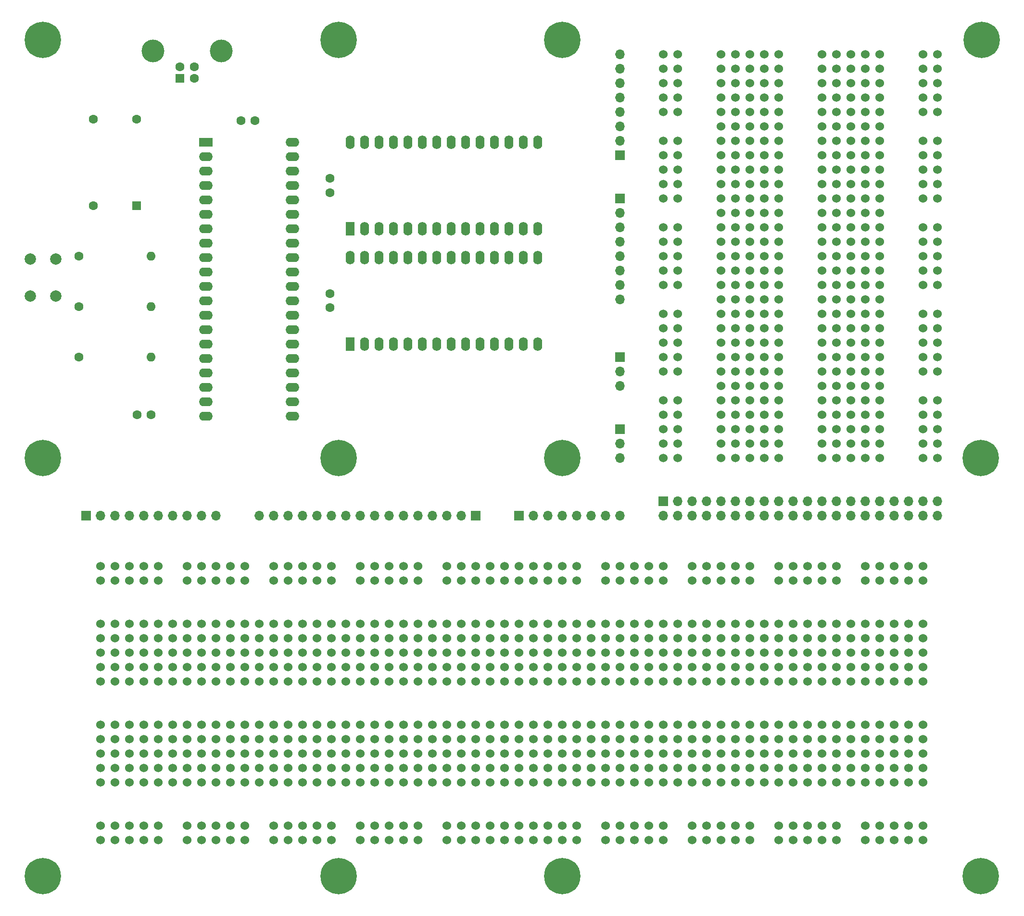
<source format=gts>
%TF.GenerationSoftware,KiCad,Pcbnew,6.0.9-8da3e8f707~116~ubuntu20.04.1*%
%TF.CreationDate,2022-11-18T21:38:56+01:00*%
%TF.ProjectId,WD6502,57443635-3032-42e6-9b69-6361645f7063,rev?*%
%TF.SameCoordinates,Original*%
%TF.FileFunction,Soldermask,Top*%
%TF.FilePolarity,Negative*%
%FSLAX46Y46*%
G04 Gerber Fmt 4.6, Leading zero omitted, Abs format (unit mm)*
G04 Created by KiCad (PCBNEW 6.0.9-8da3e8f707~116~ubuntu20.04.1) date 2022-11-18 21:38:56*
%MOMM*%
%LPD*%
G01*
G04 APERTURE LIST*
%ADD10R,2.400000X1.600000*%
%ADD11O,2.400000X1.600000*%
%ADD12C,1.600000*%
%ADD13O,1.600000X1.600000*%
%ADD14C,0.800000*%
%ADD15C,6.400000*%
%ADD16R,1.600000X2.400000*%
%ADD17O,1.600000X2.400000*%
%ADD18R,1.700000X1.700000*%
%ADD19O,1.700000X1.700000*%
%ADD20R,1.600000X1.600000*%
%ADD21C,4.000000*%
%ADD22C,1.524000*%
%ADD23C,2.000000*%
G04 APERTURE END LIST*
D10*
%TO.C,U1*%
X84592000Y-48504000D03*
D11*
X84592000Y-51044000D03*
X84592000Y-53584000D03*
X84592000Y-56124000D03*
X84592000Y-58664000D03*
X84592000Y-61204000D03*
X84592000Y-63744000D03*
X84592000Y-66284000D03*
X84592000Y-68824000D03*
X84592000Y-71364000D03*
X84592000Y-73904000D03*
X84592000Y-76444000D03*
X84592000Y-78984000D03*
X84592000Y-81524000D03*
X84592000Y-84064000D03*
X84592000Y-86604000D03*
X84592000Y-89144000D03*
X84592000Y-91684000D03*
X84592000Y-94224000D03*
X84592000Y-96764000D03*
X99832000Y-96764000D03*
X99832000Y-94224000D03*
X99832000Y-91684000D03*
X99832000Y-89144000D03*
X99832000Y-86604000D03*
X99832000Y-84064000D03*
X99832000Y-81524000D03*
X99832000Y-78984000D03*
X99832000Y-76444000D03*
X99832000Y-73904000D03*
X99832000Y-71364000D03*
X99832000Y-68824000D03*
X99832000Y-66284000D03*
X99832000Y-63744000D03*
X99832000Y-61204000D03*
X99832000Y-58664000D03*
X99832000Y-56124000D03*
X99832000Y-53584000D03*
X99832000Y-51044000D03*
X99832000Y-48504000D03*
%TD*%
D12*
%TO.C,R1*%
X62230000Y-86360000D03*
D13*
X74930000Y-86360000D03*
%TD*%
D14*
%TO.C,H2*%
X221120000Y-28080000D03*
X218720000Y-30480000D03*
X221120000Y-32880000D03*
X219422944Y-32177056D03*
D15*
X221120000Y-30480000D03*
D14*
X222817056Y-32177056D03*
X223520000Y-30480000D03*
X219422944Y-28782944D03*
X222817056Y-28782944D03*
%TD*%
D12*
%TO.C,R2*%
X62230000Y-77470000D03*
D13*
X74930000Y-77470000D03*
%TD*%
D16*
%TO.C,U3*%
X109982000Y-63744000D03*
D17*
X112522000Y-63744000D03*
X115062000Y-63744000D03*
X117602000Y-63744000D03*
X120142000Y-63744000D03*
X122682000Y-63744000D03*
X125222000Y-63744000D03*
X127762000Y-63744000D03*
X130302000Y-63744000D03*
X132842000Y-63744000D03*
X135382000Y-63744000D03*
X137922000Y-63744000D03*
X140462000Y-63744000D03*
X143002000Y-63744000D03*
X143002000Y-48504000D03*
X140462000Y-48504000D03*
X137922000Y-48504000D03*
X135382000Y-48504000D03*
X132842000Y-48504000D03*
X130302000Y-48504000D03*
X127762000Y-48504000D03*
X125222000Y-48504000D03*
X122682000Y-48504000D03*
X120142000Y-48504000D03*
X117602000Y-48504000D03*
X115062000Y-48504000D03*
X112522000Y-48504000D03*
X109982000Y-48504000D03*
%TD*%
D14*
%TO.C,H12*%
X149017056Y-176102944D03*
X147320000Y-175400000D03*
X144920000Y-177800000D03*
X145622944Y-176102944D03*
X147320000Y-180200000D03*
X149720000Y-177800000D03*
D15*
X147320000Y-177800000D03*
D14*
X149017056Y-179497056D03*
X145622944Y-179497056D03*
%TD*%
D12*
%TO.C,C4*%
X74930000Y-96520000D03*
X72430000Y-96520000D03*
%TD*%
D16*
%TO.C,U2*%
X109982000Y-84064000D03*
D17*
X112522000Y-84064000D03*
X115062000Y-84064000D03*
X117602000Y-84064000D03*
X120142000Y-84064000D03*
X122682000Y-84064000D03*
X125222000Y-84064000D03*
X127762000Y-84064000D03*
X130302000Y-84064000D03*
X132842000Y-84064000D03*
X135382000Y-84064000D03*
X137922000Y-84064000D03*
X140462000Y-84064000D03*
X143002000Y-84064000D03*
X143002000Y-68824000D03*
X140462000Y-68824000D03*
X137922000Y-68824000D03*
X135382000Y-68824000D03*
X132842000Y-68824000D03*
X130302000Y-68824000D03*
X127762000Y-68824000D03*
X125222000Y-68824000D03*
X122682000Y-68824000D03*
X120142000Y-68824000D03*
X117602000Y-68824000D03*
X115062000Y-68824000D03*
X112522000Y-68824000D03*
X109982000Y-68824000D03*
%TD*%
D18*
%TO.C,J7*%
X157480000Y-50800000D03*
D19*
X157480000Y-48260000D03*
X157480000Y-45720000D03*
X157480000Y-43180000D03*
X157480000Y-40640000D03*
X157480000Y-38100000D03*
X157480000Y-35560000D03*
X157480000Y-33020000D03*
%TD*%
D15*
%TO.C,H8*%
X147320000Y-104140000D03*
D14*
X145622944Y-105837056D03*
X147320000Y-101740000D03*
X149017056Y-102442944D03*
X145622944Y-102442944D03*
X149720000Y-104140000D03*
X149017056Y-105837056D03*
X144920000Y-104140000D03*
X147320000Y-106540000D03*
%TD*%
D20*
%TO.C,J6*%
X80030000Y-37267500D03*
D12*
X82530000Y-37267500D03*
X82530000Y-35267500D03*
X80030000Y-35267500D03*
D21*
X87280000Y-32407500D03*
X75280000Y-32407500D03*
%TD*%
D12*
%TO.C,C1*%
X90733000Y-44689000D03*
X93233000Y-44689000D03*
%TD*%
D22*
%TO.C,U5*%
X180340000Y-171450000D03*
X200660000Y-171450000D03*
X147320000Y-171450000D03*
X177800000Y-171450000D03*
X210820000Y-171450000D03*
X165100000Y-171450000D03*
X142240000Y-171450000D03*
X185420000Y-171450000D03*
X139700000Y-171450000D03*
X157480000Y-171450000D03*
X162560000Y-171450000D03*
X154940000Y-171450000D03*
X170180000Y-171450000D03*
X144780000Y-171450000D03*
X195580000Y-171450000D03*
X208280000Y-171450000D03*
X193040000Y-171450000D03*
X172720000Y-171450000D03*
X205740000Y-171450000D03*
X175260000Y-171450000D03*
X203200000Y-171450000D03*
X160020000Y-171450000D03*
X190500000Y-171450000D03*
X149860000Y-171450000D03*
X187960000Y-171450000D03*
X175260000Y-125730000D03*
X210820000Y-125730000D03*
X142240000Y-125730000D03*
X172720000Y-125730000D03*
X203200000Y-125730000D03*
X195580000Y-125730000D03*
X205740000Y-125730000D03*
X200660000Y-125730000D03*
X193040000Y-125730000D03*
X154940000Y-125730000D03*
X187960000Y-125730000D03*
X190500000Y-125730000D03*
X185420000Y-125730000D03*
X165100000Y-125730000D03*
X157480000Y-125730000D03*
X147320000Y-125730000D03*
X139700000Y-125730000D03*
X149860000Y-125730000D03*
X170180000Y-125730000D03*
X144780000Y-125730000D03*
X208280000Y-125730000D03*
X180340000Y-125730000D03*
X177800000Y-125730000D03*
X160020000Y-125730000D03*
X162560000Y-125730000D03*
X139700000Y-168910000D03*
X160020000Y-168910000D03*
X154940000Y-168910000D03*
X193040000Y-168910000D03*
X203200000Y-168910000D03*
X195580000Y-168910000D03*
X170180000Y-168910000D03*
X187960000Y-168910000D03*
X172720000Y-168910000D03*
X142240000Y-168910000D03*
X144780000Y-168910000D03*
X185420000Y-168910000D03*
X205740000Y-168910000D03*
X147320000Y-168910000D03*
X175260000Y-168910000D03*
X190500000Y-168910000D03*
X157480000Y-168910000D03*
X208280000Y-168910000D03*
X210820000Y-168910000D03*
X200660000Y-168910000D03*
X149860000Y-168910000D03*
X177800000Y-168910000D03*
X165100000Y-168910000D03*
X180340000Y-168910000D03*
X162560000Y-168910000D03*
X195580000Y-123190000D03*
X170180000Y-123190000D03*
X208280000Y-123190000D03*
X157480000Y-123190000D03*
X175260000Y-123190000D03*
X160020000Y-123190000D03*
X162560000Y-123190000D03*
X139700000Y-123190000D03*
X177800000Y-123190000D03*
X187960000Y-123190000D03*
X203200000Y-123190000D03*
X185420000Y-123190000D03*
X210820000Y-123190000D03*
X165100000Y-123190000D03*
X172720000Y-123190000D03*
X149860000Y-123190000D03*
X193040000Y-123190000D03*
X190500000Y-123190000D03*
X154940000Y-123190000D03*
X205740000Y-123190000D03*
X147320000Y-123190000D03*
X144780000Y-123190000D03*
X180340000Y-123190000D03*
X200660000Y-123190000D03*
X142240000Y-123190000D03*
X157480000Y-161290000D03*
X208280000Y-161290000D03*
X198120000Y-161290000D03*
X185420000Y-161290000D03*
X160020000Y-161290000D03*
X165100000Y-161290000D03*
X154940000Y-161290000D03*
X177800000Y-161290000D03*
X203200000Y-161290000D03*
X167640000Y-161290000D03*
X144780000Y-161290000D03*
X190500000Y-161290000D03*
X152400000Y-161290000D03*
X170180000Y-161290000D03*
X195580000Y-161290000D03*
X205740000Y-161290000D03*
X162560000Y-161290000D03*
X147320000Y-161290000D03*
X200660000Y-161290000D03*
X210820000Y-161290000D03*
X180340000Y-161290000D03*
X142240000Y-161290000D03*
X175260000Y-161290000D03*
X149860000Y-161290000D03*
X193040000Y-161290000D03*
X182880000Y-161290000D03*
X187960000Y-161290000D03*
X172720000Y-161290000D03*
X139700000Y-161290000D03*
X152400000Y-158750000D03*
X144780000Y-158750000D03*
X190500000Y-158750000D03*
X203200000Y-158750000D03*
X147320000Y-158750000D03*
X177800000Y-158750000D03*
X180340000Y-158750000D03*
X205740000Y-158750000D03*
X210820000Y-158750000D03*
X200660000Y-158750000D03*
X187960000Y-158750000D03*
X154940000Y-158750000D03*
X162560000Y-158750000D03*
X139700000Y-158750000D03*
X170180000Y-158750000D03*
X175260000Y-158750000D03*
X157480000Y-158750000D03*
X172720000Y-158750000D03*
X142240000Y-158750000D03*
X149860000Y-158750000D03*
X198120000Y-158750000D03*
X208280000Y-158750000D03*
X167640000Y-158750000D03*
X160020000Y-158750000D03*
X193040000Y-158750000D03*
X185420000Y-158750000D03*
X195580000Y-158750000D03*
X182880000Y-158750000D03*
X165100000Y-158750000D03*
X172720000Y-156210000D03*
X162560000Y-156210000D03*
X139700000Y-156210000D03*
X193040000Y-156210000D03*
X180340000Y-156210000D03*
X142240000Y-156210000D03*
X167640000Y-156210000D03*
X147320000Y-156210000D03*
X185420000Y-156210000D03*
X154940000Y-156210000D03*
X208280000Y-156210000D03*
X203200000Y-156210000D03*
X165100000Y-156210000D03*
X205740000Y-156210000D03*
X175260000Y-156210000D03*
X210820000Y-156210000D03*
X170180000Y-156210000D03*
X190500000Y-156210000D03*
X157480000Y-156210000D03*
X200660000Y-156210000D03*
X160020000Y-156210000D03*
X144780000Y-156210000D03*
X177800000Y-156210000D03*
X198120000Y-156210000D03*
X152400000Y-156210000D03*
X149860000Y-156210000D03*
X187960000Y-156210000D03*
X195580000Y-156210000D03*
X182880000Y-156210000D03*
X180340000Y-153670000D03*
X152400000Y-153670000D03*
X195580000Y-153670000D03*
X147320000Y-153670000D03*
X175260000Y-153670000D03*
X165100000Y-153670000D03*
X157480000Y-153670000D03*
X139700000Y-153670000D03*
X149860000Y-153670000D03*
X205740000Y-153670000D03*
X208280000Y-153670000D03*
X162560000Y-153670000D03*
X160020000Y-153670000D03*
X200660000Y-153670000D03*
X172720000Y-153670000D03*
X185420000Y-153670000D03*
X203200000Y-153670000D03*
X193040000Y-153670000D03*
X144780000Y-153670000D03*
X187960000Y-153670000D03*
X154940000Y-153670000D03*
X190500000Y-153670000D03*
X167640000Y-153670000D03*
X177800000Y-153670000D03*
X210820000Y-153670000D03*
X182880000Y-153670000D03*
X198120000Y-153670000D03*
X170180000Y-153670000D03*
X142240000Y-153670000D03*
X187960000Y-151130000D03*
X177800000Y-151130000D03*
X182880000Y-151130000D03*
X144780000Y-151130000D03*
X190500000Y-151130000D03*
X154940000Y-151130000D03*
X198120000Y-151130000D03*
X157480000Y-151130000D03*
X210820000Y-151130000D03*
X205740000Y-151130000D03*
X200660000Y-151130000D03*
X139700000Y-151130000D03*
X172720000Y-151130000D03*
X147320000Y-151130000D03*
X193040000Y-151130000D03*
X165100000Y-151130000D03*
X203200000Y-151130000D03*
X180340000Y-151130000D03*
X208280000Y-151130000D03*
X149860000Y-151130000D03*
X142240000Y-151130000D03*
X162560000Y-151130000D03*
X175260000Y-151130000D03*
X170180000Y-151130000D03*
X160020000Y-151130000D03*
X152400000Y-151130000D03*
X195580000Y-151130000D03*
X167640000Y-151130000D03*
X185420000Y-151130000D03*
X152400000Y-143510000D03*
X180340000Y-143510000D03*
X172720000Y-143510000D03*
X193040000Y-143510000D03*
X182880000Y-143510000D03*
X139700000Y-143510000D03*
X144780000Y-143510000D03*
X165100000Y-143510000D03*
X200660000Y-143510000D03*
X187960000Y-143510000D03*
X157480000Y-143510000D03*
X142240000Y-143510000D03*
X208280000Y-143510000D03*
X160020000Y-143510000D03*
X185420000Y-143510000D03*
X198120000Y-143510000D03*
X205740000Y-143510000D03*
X175260000Y-143510000D03*
X154940000Y-143510000D03*
X177800000Y-143510000D03*
X210820000Y-143510000D03*
X167640000Y-143510000D03*
X149860000Y-143510000D03*
X203200000Y-143510000D03*
X147320000Y-143510000D03*
X170180000Y-143510000D03*
X190500000Y-143510000D03*
X162560000Y-143510000D03*
X195580000Y-143510000D03*
X142240000Y-140970000D03*
X172720000Y-140970000D03*
X200660000Y-140970000D03*
X162560000Y-140970000D03*
X154940000Y-140970000D03*
X147320000Y-140970000D03*
X203200000Y-140970000D03*
X139700000Y-140970000D03*
X165100000Y-140970000D03*
X149860000Y-140970000D03*
X210820000Y-140970000D03*
X185420000Y-140970000D03*
X167640000Y-140970000D03*
X175260000Y-140970000D03*
X144780000Y-140970000D03*
X208280000Y-140970000D03*
X195580000Y-140970000D03*
X177800000Y-140970000D03*
X170180000Y-140970000D03*
X193040000Y-140970000D03*
X160020000Y-140970000D03*
X152400000Y-140970000D03*
X187960000Y-140970000D03*
X190500000Y-140970000D03*
X157480000Y-140970000D03*
X180340000Y-140970000D03*
X205740000Y-140970000D03*
X182880000Y-140970000D03*
X198120000Y-140970000D03*
X147320000Y-138430000D03*
X139700000Y-138430000D03*
X193040000Y-138430000D03*
X185420000Y-138430000D03*
X154940000Y-138430000D03*
X170180000Y-138430000D03*
X144780000Y-138430000D03*
X172720000Y-138430000D03*
X157480000Y-138430000D03*
X149860000Y-138430000D03*
X177800000Y-138430000D03*
X208280000Y-138430000D03*
X200660000Y-138430000D03*
X180340000Y-138430000D03*
X203200000Y-138430000D03*
X167640000Y-138430000D03*
X187960000Y-138430000D03*
X195580000Y-138430000D03*
X162560000Y-138430000D03*
X152400000Y-138430000D03*
X210820000Y-138430000D03*
X198120000Y-138430000D03*
X205740000Y-138430000D03*
X175260000Y-138430000D03*
X142240000Y-138430000D03*
X182880000Y-138430000D03*
X160020000Y-138430000D03*
X190500000Y-138430000D03*
X165100000Y-138430000D03*
X172720000Y-135890000D03*
X157480000Y-135890000D03*
X210820000Y-135890000D03*
X175260000Y-135890000D03*
X187960000Y-135890000D03*
X154940000Y-135890000D03*
X165100000Y-135890000D03*
X185420000Y-135890000D03*
X205740000Y-135890000D03*
X200660000Y-135890000D03*
X170180000Y-135890000D03*
X182880000Y-135890000D03*
X162560000Y-135890000D03*
X190500000Y-135890000D03*
X149860000Y-135890000D03*
X198120000Y-135890000D03*
X177800000Y-135890000D03*
X139700000Y-135890000D03*
X195580000Y-135890000D03*
X147320000Y-135890000D03*
X144780000Y-135890000D03*
X208280000Y-135890000D03*
X203200000Y-135890000D03*
X142240000Y-135890000D03*
X152400000Y-135890000D03*
X193040000Y-135890000D03*
X160020000Y-135890000D03*
X180340000Y-135890000D03*
X167640000Y-135890000D03*
X152400000Y-133350000D03*
X142240000Y-133350000D03*
X200660000Y-133350000D03*
X165100000Y-133350000D03*
X160020000Y-133350000D03*
X208280000Y-133350000D03*
X157480000Y-133350000D03*
X154940000Y-133350000D03*
X170180000Y-133350000D03*
X147320000Y-133350000D03*
X187960000Y-133350000D03*
X149860000Y-133350000D03*
X198120000Y-133350000D03*
X205740000Y-133350000D03*
X167640000Y-133350000D03*
X195580000Y-133350000D03*
X175260000Y-133350000D03*
X193040000Y-133350000D03*
X182880000Y-133350000D03*
X210820000Y-133350000D03*
X172720000Y-133350000D03*
X139700000Y-133350000D03*
X203200000Y-133350000D03*
X190500000Y-133350000D03*
X162560000Y-133350000D03*
X144780000Y-133350000D03*
X180340000Y-133350000D03*
X185420000Y-133350000D03*
X177800000Y-133350000D03*
%TD*%
D18*
%TO.C,J8*%
X157480000Y-58420000D03*
D19*
X157480000Y-60960000D03*
X157480000Y-63500000D03*
X157480000Y-66040000D03*
X157480000Y-68580000D03*
X157480000Y-71120000D03*
X157480000Y-73660000D03*
X157480000Y-76200000D03*
%TD*%
D14*
%TO.C,H6*%
X220980000Y-180200000D03*
D15*
X220980000Y-177800000D03*
D14*
X218580000Y-177800000D03*
X219282944Y-176102944D03*
X220980000Y-175400000D03*
X219282944Y-179497056D03*
X222677056Y-179497056D03*
X223380000Y-177800000D03*
X222677056Y-176102944D03*
%TD*%
%TO.C,H7*%
X110350000Y-104140000D03*
X106252944Y-105837056D03*
X107950000Y-106540000D03*
D15*
X107950000Y-104140000D03*
D14*
X109647056Y-102442944D03*
X105550000Y-104140000D03*
X109647056Y-105837056D03*
X106252944Y-102442944D03*
X107950000Y-101740000D03*
%TD*%
D18*
%TO.C,J4*%
X157480000Y-86360000D03*
D19*
X157480000Y-88900000D03*
X157480000Y-91440000D03*
%TD*%
D18*
%TO.C,J5*%
X157480000Y-99060000D03*
D19*
X157480000Y-101600000D03*
X157480000Y-104140000D03*
%TD*%
D18*
%TO.C,J2*%
X139700000Y-114300000D03*
D19*
X142240000Y-114300000D03*
X144780000Y-114300000D03*
X147320000Y-114300000D03*
X149860000Y-114300000D03*
X152400000Y-114300000D03*
X154940000Y-114300000D03*
X157480000Y-114300000D03*
%TD*%
D12*
%TO.C,C3*%
X106441000Y-57389000D03*
X106441000Y-54889000D03*
%TD*%
D22*
%TO.C,U4*%
X165100000Y-35560000D03*
X165100000Y-48260000D03*
X165100000Y-40640000D03*
X165100000Y-83820000D03*
X165100000Y-86360000D03*
X165100000Y-53340000D03*
X165100000Y-93980000D03*
X165100000Y-104140000D03*
X165100000Y-58420000D03*
X165100000Y-68580000D03*
X165100000Y-43180000D03*
X165100000Y-55880000D03*
X165100000Y-78740000D03*
X165100000Y-63500000D03*
X165100000Y-33020000D03*
X165100000Y-88900000D03*
X165100000Y-96520000D03*
X165100000Y-101600000D03*
X165100000Y-71120000D03*
X165100000Y-38100000D03*
X165100000Y-66040000D03*
X165100000Y-73660000D03*
X165100000Y-99060000D03*
X165100000Y-50800000D03*
X165100000Y-81280000D03*
X210820000Y-33020000D03*
X210820000Y-88900000D03*
X210820000Y-50800000D03*
X210820000Y-83820000D03*
X210820000Y-81280000D03*
X210820000Y-73660000D03*
X210820000Y-58420000D03*
X210820000Y-63500000D03*
X210820000Y-48260000D03*
X210820000Y-96520000D03*
X210820000Y-40640000D03*
X210820000Y-53340000D03*
X210820000Y-66040000D03*
X210820000Y-43180000D03*
X210820000Y-104140000D03*
X210820000Y-99060000D03*
X210820000Y-38100000D03*
X210820000Y-35560000D03*
X210820000Y-86360000D03*
X210820000Y-101600000D03*
X210820000Y-78740000D03*
X210820000Y-55880000D03*
X210820000Y-68580000D03*
X210820000Y-71120000D03*
X210820000Y-93980000D03*
X167640000Y-66040000D03*
X167640000Y-48260000D03*
X167640000Y-43180000D03*
X167640000Y-40640000D03*
X167640000Y-50800000D03*
X167640000Y-86360000D03*
X167640000Y-63500000D03*
X167640000Y-38100000D03*
X167640000Y-101600000D03*
X167640000Y-96520000D03*
X167640000Y-58420000D03*
X167640000Y-88900000D03*
X167640000Y-68580000D03*
X167640000Y-99060000D03*
X167640000Y-55880000D03*
X167640000Y-93980000D03*
X167640000Y-78740000D03*
X167640000Y-53340000D03*
X167640000Y-73660000D03*
X167640000Y-104140000D03*
X167640000Y-71120000D03*
X167640000Y-81280000D03*
X167640000Y-33020000D03*
X167640000Y-83820000D03*
X167640000Y-35560000D03*
X213360000Y-96520000D03*
X213360000Y-104140000D03*
X213360000Y-81280000D03*
X213360000Y-58420000D03*
X213360000Y-40640000D03*
X213360000Y-83820000D03*
X213360000Y-33020000D03*
X213360000Y-68580000D03*
X213360000Y-73660000D03*
X213360000Y-88900000D03*
X213360000Y-71120000D03*
X213360000Y-48260000D03*
X213360000Y-50800000D03*
X213360000Y-66040000D03*
X213360000Y-86360000D03*
X213360000Y-78740000D03*
X213360000Y-93980000D03*
X213360000Y-63500000D03*
X213360000Y-38100000D03*
X213360000Y-55880000D03*
X213360000Y-35560000D03*
X213360000Y-99060000D03*
X213360000Y-101600000D03*
X213360000Y-43180000D03*
X213360000Y-53340000D03*
X175260000Y-35560000D03*
X175260000Y-33020000D03*
X175260000Y-83820000D03*
X175260000Y-86360000D03*
X175260000Y-93980000D03*
X175260000Y-50800000D03*
X175260000Y-60960000D03*
X175260000Y-99060000D03*
X175260000Y-104140000D03*
X175260000Y-71120000D03*
X175260000Y-48260000D03*
X175260000Y-101600000D03*
X175260000Y-81280000D03*
X175260000Y-55880000D03*
X175260000Y-68580000D03*
X175260000Y-78740000D03*
X175260000Y-91440000D03*
X175260000Y-53340000D03*
X175260000Y-38100000D03*
X175260000Y-66040000D03*
X175260000Y-63500000D03*
X175260000Y-43180000D03*
X175260000Y-76200000D03*
X175260000Y-96520000D03*
X175260000Y-40640000D03*
X175260000Y-88900000D03*
X175260000Y-58420000D03*
X175260000Y-45720000D03*
X175260000Y-73660000D03*
X177800000Y-40640000D03*
X177800000Y-104140000D03*
X177800000Y-68580000D03*
X177800000Y-71120000D03*
X177800000Y-86360000D03*
X177800000Y-83820000D03*
X177800000Y-48260000D03*
X177800000Y-55880000D03*
X177800000Y-45720000D03*
X177800000Y-43180000D03*
X177800000Y-33020000D03*
X177800000Y-63500000D03*
X177800000Y-78740000D03*
X177800000Y-58420000D03*
X177800000Y-50800000D03*
X177800000Y-99060000D03*
X177800000Y-53340000D03*
X177800000Y-101600000D03*
X177800000Y-76200000D03*
X177800000Y-60960000D03*
X177800000Y-81280000D03*
X177800000Y-93980000D03*
X177800000Y-88900000D03*
X177800000Y-96520000D03*
X177800000Y-38100000D03*
X177800000Y-35560000D03*
X177800000Y-73660000D03*
X177800000Y-91440000D03*
X177800000Y-66040000D03*
X180340000Y-58420000D03*
X180340000Y-101600000D03*
X180340000Y-48260000D03*
X180340000Y-35560000D03*
X180340000Y-68580000D03*
X180340000Y-53340000D03*
X180340000Y-63500000D03*
X180340000Y-104140000D03*
X180340000Y-99060000D03*
X180340000Y-50800000D03*
X180340000Y-76200000D03*
X180340000Y-88900000D03*
X180340000Y-60960000D03*
X180340000Y-71120000D03*
X180340000Y-83820000D03*
X180340000Y-55880000D03*
X180340000Y-45720000D03*
X180340000Y-96520000D03*
X180340000Y-81280000D03*
X180340000Y-66040000D03*
X180340000Y-38100000D03*
X180340000Y-86360000D03*
X180340000Y-91440000D03*
X180340000Y-33020000D03*
X180340000Y-78740000D03*
X180340000Y-43180000D03*
X180340000Y-93980000D03*
X180340000Y-40640000D03*
X180340000Y-73660000D03*
X182880000Y-38100000D03*
X182880000Y-40640000D03*
X182880000Y-45720000D03*
X182880000Y-88900000D03*
X182880000Y-73660000D03*
X182880000Y-63500000D03*
X182880000Y-93980000D03*
X182880000Y-33020000D03*
X182880000Y-96520000D03*
X182880000Y-66040000D03*
X182880000Y-71120000D03*
X182880000Y-68580000D03*
X182880000Y-53340000D03*
X182880000Y-60960000D03*
X182880000Y-76200000D03*
X182880000Y-48260000D03*
X182880000Y-55880000D03*
X182880000Y-81280000D03*
X182880000Y-104140000D03*
X182880000Y-91440000D03*
X182880000Y-86360000D03*
X182880000Y-43180000D03*
X182880000Y-83820000D03*
X182880000Y-99060000D03*
X182880000Y-78740000D03*
X182880000Y-58420000D03*
X182880000Y-50800000D03*
X182880000Y-35560000D03*
X182880000Y-101600000D03*
X185420000Y-48260000D03*
X185420000Y-73660000D03*
X185420000Y-50800000D03*
X185420000Y-68580000D03*
X185420000Y-55880000D03*
X185420000Y-93980000D03*
X185420000Y-45720000D03*
X185420000Y-99060000D03*
X185420000Y-58420000D03*
X185420000Y-53340000D03*
X185420000Y-83820000D03*
X185420000Y-104140000D03*
X185420000Y-96520000D03*
X185420000Y-33020000D03*
X185420000Y-40640000D03*
X185420000Y-86360000D03*
X185420000Y-63500000D03*
X185420000Y-78740000D03*
X185420000Y-71120000D03*
X185420000Y-81280000D03*
X185420000Y-101600000D03*
X185420000Y-43180000D03*
X185420000Y-76200000D03*
X185420000Y-60960000D03*
X185420000Y-38100000D03*
X185420000Y-88900000D03*
X185420000Y-66040000D03*
X185420000Y-35560000D03*
X185420000Y-91440000D03*
X193040000Y-38100000D03*
X193040000Y-104140000D03*
X193040000Y-83820000D03*
X193040000Y-40640000D03*
X193040000Y-53340000D03*
X193040000Y-71120000D03*
X193040000Y-76200000D03*
X193040000Y-78740000D03*
X193040000Y-33020000D03*
X193040000Y-99060000D03*
X193040000Y-73660000D03*
X193040000Y-81280000D03*
X193040000Y-63500000D03*
X193040000Y-68580000D03*
X193040000Y-58420000D03*
X193040000Y-88900000D03*
X193040000Y-48260000D03*
X193040000Y-86360000D03*
X193040000Y-66040000D03*
X193040000Y-50800000D03*
X193040000Y-35560000D03*
X193040000Y-60960000D03*
X193040000Y-45720000D03*
X193040000Y-96520000D03*
X193040000Y-55880000D03*
X193040000Y-101600000D03*
X193040000Y-91440000D03*
X193040000Y-93980000D03*
X193040000Y-43180000D03*
X195580000Y-33020000D03*
X195580000Y-78740000D03*
X195580000Y-60960000D03*
X195580000Y-99060000D03*
X195580000Y-81280000D03*
X195580000Y-91440000D03*
X195580000Y-35560000D03*
X195580000Y-86360000D03*
X195580000Y-66040000D03*
X195580000Y-53340000D03*
X195580000Y-101600000D03*
X195580000Y-40640000D03*
X195580000Y-73660000D03*
X195580000Y-45720000D03*
X195580000Y-55880000D03*
X195580000Y-83820000D03*
X195580000Y-63500000D03*
X195580000Y-104140000D03*
X195580000Y-68580000D03*
X195580000Y-71120000D03*
X195580000Y-50800000D03*
X195580000Y-48260000D03*
X195580000Y-76200000D03*
X195580000Y-38100000D03*
X195580000Y-58420000D03*
X195580000Y-43180000D03*
X195580000Y-93980000D03*
X195580000Y-96520000D03*
X195580000Y-88900000D03*
X198120000Y-99060000D03*
X198120000Y-55880000D03*
X198120000Y-53340000D03*
X198120000Y-40640000D03*
X198120000Y-43180000D03*
X198120000Y-68580000D03*
X198120000Y-76200000D03*
X198120000Y-63500000D03*
X198120000Y-71120000D03*
X198120000Y-104140000D03*
X198120000Y-86360000D03*
X198120000Y-50800000D03*
X198120000Y-101600000D03*
X198120000Y-33020000D03*
X198120000Y-88900000D03*
X198120000Y-91440000D03*
X198120000Y-45720000D03*
X198120000Y-66040000D03*
X198120000Y-96520000D03*
X198120000Y-38100000D03*
X198120000Y-73660000D03*
X198120000Y-83820000D03*
X198120000Y-60960000D03*
X198120000Y-78740000D03*
X198120000Y-58420000D03*
X198120000Y-81280000D03*
X198120000Y-93980000D03*
X198120000Y-48260000D03*
X198120000Y-35560000D03*
X200660000Y-66040000D03*
X200660000Y-68580000D03*
X200660000Y-53340000D03*
X200660000Y-60960000D03*
X200660000Y-33020000D03*
X200660000Y-63500000D03*
X200660000Y-93980000D03*
X200660000Y-91440000D03*
X200660000Y-104140000D03*
X200660000Y-45720000D03*
X200660000Y-58420000D03*
X200660000Y-55880000D03*
X200660000Y-83820000D03*
X200660000Y-99060000D03*
X200660000Y-50800000D03*
X200660000Y-38100000D03*
X200660000Y-81280000D03*
X200660000Y-96520000D03*
X200660000Y-73660000D03*
X200660000Y-86360000D03*
X200660000Y-78740000D03*
X200660000Y-88900000D03*
X200660000Y-71120000D03*
X200660000Y-43180000D03*
X200660000Y-101600000D03*
X200660000Y-35560000D03*
X200660000Y-48260000D03*
X200660000Y-40640000D03*
X200660000Y-76200000D03*
X203200000Y-60960000D03*
X203200000Y-40640000D03*
X203200000Y-68580000D03*
X203200000Y-81280000D03*
X203200000Y-78740000D03*
X203200000Y-96520000D03*
X203200000Y-101600000D03*
X203200000Y-58420000D03*
X203200000Y-53340000D03*
X203200000Y-33020000D03*
X203200000Y-99060000D03*
X203200000Y-35560000D03*
X203200000Y-88900000D03*
X203200000Y-48260000D03*
X203200000Y-86360000D03*
X203200000Y-76200000D03*
X203200000Y-66040000D03*
X203200000Y-63500000D03*
X203200000Y-83820000D03*
X203200000Y-45720000D03*
X203200000Y-50800000D03*
X203200000Y-91440000D03*
X203200000Y-55880000D03*
X203200000Y-73660000D03*
X203200000Y-71120000D03*
X203200000Y-93980000D03*
X203200000Y-104140000D03*
X203200000Y-43180000D03*
X203200000Y-38100000D03*
%TD*%
D20*
%TO.C,X1*%
X72390000Y-59690000D03*
D12*
X72390000Y-44450000D03*
X64770000Y-44450000D03*
X64770000Y-59690000D03*
%TD*%
D18*
%TO.C,J9*%
X165100000Y-111760000D03*
D19*
X165100000Y-114300000D03*
X167640000Y-111760000D03*
X167640000Y-114300000D03*
X170180000Y-111760000D03*
X170180000Y-114300000D03*
X172720000Y-111760000D03*
X172720000Y-114300000D03*
X175260000Y-111760000D03*
X175260000Y-114300000D03*
X177800000Y-111760000D03*
X177800000Y-114300000D03*
X180340000Y-111760000D03*
X180340000Y-114300000D03*
X182880000Y-111760000D03*
X182880000Y-114300000D03*
X185420000Y-111760000D03*
X185420000Y-114300000D03*
X187960000Y-111760000D03*
X187960000Y-114300000D03*
X190500000Y-111760000D03*
X190500000Y-114300000D03*
X193040000Y-111760000D03*
X193040000Y-114300000D03*
X195580000Y-111760000D03*
X195580000Y-114300000D03*
X198120000Y-111760000D03*
X198120000Y-114300000D03*
X200660000Y-111760000D03*
X200660000Y-114300000D03*
X203200000Y-111760000D03*
X203200000Y-114300000D03*
X205740000Y-111760000D03*
X205740000Y-114300000D03*
X208280000Y-111760000D03*
X208280000Y-114300000D03*
X210820000Y-111760000D03*
X210820000Y-114300000D03*
X213360000Y-111760000D03*
X213360000Y-114300000D03*
%TD*%
D14*
%TO.C,H10*%
X57577056Y-102442944D03*
X53480000Y-104140000D03*
D15*
X55880000Y-104140000D03*
D14*
X58280000Y-104140000D03*
X54182944Y-102442944D03*
X55880000Y-106540000D03*
X57577056Y-105837056D03*
X55880000Y-101740000D03*
X54182944Y-105837056D03*
%TD*%
D18*
%TO.C,J3*%
X63500000Y-114300000D03*
D19*
X66040000Y-114300000D03*
X68580000Y-114300000D03*
X71120000Y-114300000D03*
X73660000Y-114300000D03*
X76200000Y-114300000D03*
X78740000Y-114300000D03*
X81280000Y-114300000D03*
X83820000Y-114300000D03*
X86360000Y-114300000D03*
%TD*%
D22*
%TO.C,U6*%
X111760000Y-171450000D03*
X101600000Y-171450000D03*
X76200000Y-171450000D03*
X121920000Y-171450000D03*
X83820000Y-171450000D03*
X91440000Y-171450000D03*
X71120000Y-171450000D03*
X119380000Y-171450000D03*
X73660000Y-171450000D03*
X106680000Y-171450000D03*
X114300000Y-171450000D03*
X116840000Y-171450000D03*
X134620000Y-171450000D03*
X99060000Y-171450000D03*
X132080000Y-171450000D03*
X81280000Y-171450000D03*
X96520000Y-171450000D03*
X129540000Y-171450000D03*
X88900000Y-171450000D03*
X137160000Y-171450000D03*
X127000000Y-171450000D03*
X104140000Y-171450000D03*
X66040000Y-171450000D03*
X86360000Y-171450000D03*
X68580000Y-171450000D03*
X81280000Y-125730000D03*
X68580000Y-125730000D03*
X114300000Y-125730000D03*
X91440000Y-125730000D03*
X119380000Y-125730000D03*
X96520000Y-125730000D03*
X71120000Y-125730000D03*
X106680000Y-125730000D03*
X99060000Y-125730000D03*
X76200000Y-125730000D03*
X104140000Y-125730000D03*
X137160000Y-125730000D03*
X127000000Y-125730000D03*
X116840000Y-125730000D03*
X86360000Y-125730000D03*
X121920000Y-125730000D03*
X111760000Y-125730000D03*
X66040000Y-125730000D03*
X129540000Y-125730000D03*
X101600000Y-125730000D03*
X83820000Y-125730000D03*
X88900000Y-125730000D03*
X132080000Y-125730000D03*
X73660000Y-125730000D03*
X134620000Y-125730000D03*
X101600000Y-168910000D03*
X76200000Y-168910000D03*
X88900000Y-168910000D03*
X121920000Y-168910000D03*
X96520000Y-168910000D03*
X127000000Y-168910000D03*
X83820000Y-168910000D03*
X116840000Y-168910000D03*
X68580000Y-168910000D03*
X81280000Y-168910000D03*
X86360000Y-168910000D03*
X134620000Y-168910000D03*
X66040000Y-168910000D03*
X73660000Y-168910000D03*
X91440000Y-168910000D03*
X114300000Y-168910000D03*
X106680000Y-168910000D03*
X132080000Y-168910000D03*
X104140000Y-168910000D03*
X129540000Y-168910000D03*
X111760000Y-168910000D03*
X137160000Y-168910000D03*
X71120000Y-168910000D03*
X99060000Y-168910000D03*
X119380000Y-168910000D03*
X101600000Y-123190000D03*
X91440000Y-123190000D03*
X81280000Y-123190000D03*
X88900000Y-123190000D03*
X121920000Y-123190000D03*
X66040000Y-123190000D03*
X129540000Y-123190000D03*
X116840000Y-123190000D03*
X83820000Y-123190000D03*
X68580000Y-123190000D03*
X119380000Y-123190000D03*
X96520000Y-123190000D03*
X99060000Y-123190000D03*
X73660000Y-123190000D03*
X111760000Y-123190000D03*
X71120000Y-123190000D03*
X104140000Y-123190000D03*
X137160000Y-123190000D03*
X76200000Y-123190000D03*
X114300000Y-123190000D03*
X134620000Y-123190000D03*
X132080000Y-123190000D03*
X86360000Y-123190000D03*
X127000000Y-123190000D03*
X106680000Y-123190000D03*
X124460000Y-161290000D03*
X91440000Y-161290000D03*
X68580000Y-161290000D03*
X78740000Y-161290000D03*
X104140000Y-161290000D03*
X66040000Y-161290000D03*
X109220000Y-161290000D03*
X137160000Y-161290000D03*
X83820000Y-161290000D03*
X88900000Y-161290000D03*
X93980000Y-161290000D03*
X101600000Y-161290000D03*
X129540000Y-161290000D03*
X127000000Y-161290000D03*
X132080000Y-161290000D03*
X73660000Y-161290000D03*
X106680000Y-161290000D03*
X114300000Y-161290000D03*
X111760000Y-161290000D03*
X119380000Y-161290000D03*
X134620000Y-161290000D03*
X76200000Y-161290000D03*
X81280000Y-161290000D03*
X86360000Y-161290000D03*
X121920000Y-161290000D03*
X99060000Y-161290000D03*
X71120000Y-161290000D03*
X96520000Y-161290000D03*
X116840000Y-161290000D03*
X134620000Y-158750000D03*
X129540000Y-158750000D03*
X106680000Y-158750000D03*
X132080000Y-158750000D03*
X119380000Y-158750000D03*
X121920000Y-158750000D03*
X73660000Y-158750000D03*
X66040000Y-158750000D03*
X124460000Y-158750000D03*
X111760000Y-158750000D03*
X76200000Y-158750000D03*
X96520000Y-158750000D03*
X83820000Y-158750000D03*
X104140000Y-158750000D03*
X114300000Y-158750000D03*
X99060000Y-158750000D03*
X91440000Y-158750000D03*
X116840000Y-158750000D03*
X71120000Y-158750000D03*
X78740000Y-158750000D03*
X93980000Y-158750000D03*
X86360000Y-158750000D03*
X81280000Y-158750000D03*
X137160000Y-158750000D03*
X127000000Y-158750000D03*
X88900000Y-158750000D03*
X68580000Y-158750000D03*
X109220000Y-158750000D03*
X101600000Y-158750000D03*
X114300000Y-156210000D03*
X124460000Y-156210000D03*
X73660000Y-156210000D03*
X99060000Y-156210000D03*
X66040000Y-156210000D03*
X78740000Y-156210000D03*
X76200000Y-156210000D03*
X81280000Y-156210000D03*
X111760000Y-156210000D03*
X109220000Y-156210000D03*
X101600000Y-156210000D03*
X129540000Y-156210000D03*
X119380000Y-156210000D03*
X86360000Y-156210000D03*
X93980000Y-156210000D03*
X96520000Y-156210000D03*
X71120000Y-156210000D03*
X83820000Y-156210000D03*
X137160000Y-156210000D03*
X106680000Y-156210000D03*
X134620000Y-156210000D03*
X104140000Y-156210000D03*
X121920000Y-156210000D03*
X127000000Y-156210000D03*
X88900000Y-156210000D03*
X68580000Y-156210000D03*
X116840000Y-156210000D03*
X132080000Y-156210000D03*
X91440000Y-156210000D03*
X101600000Y-153670000D03*
X68580000Y-153670000D03*
X73660000Y-153670000D03*
X134620000Y-153670000D03*
X132080000Y-153670000D03*
X111760000Y-153670000D03*
X78740000Y-153670000D03*
X88900000Y-153670000D03*
X96520000Y-153670000D03*
X116840000Y-153670000D03*
X83820000Y-153670000D03*
X137160000Y-153670000D03*
X81280000Y-153670000D03*
X119380000Y-153670000D03*
X66040000Y-153670000D03*
X124460000Y-153670000D03*
X86360000Y-153670000D03*
X93980000Y-153670000D03*
X104140000Y-153670000D03*
X71120000Y-153670000D03*
X99060000Y-153670000D03*
X121920000Y-153670000D03*
X109220000Y-153670000D03*
X129540000Y-153670000D03*
X91440000Y-153670000D03*
X114300000Y-153670000D03*
X76200000Y-153670000D03*
X127000000Y-153670000D03*
X106680000Y-153670000D03*
X116840000Y-151130000D03*
X93980000Y-151130000D03*
X101600000Y-151130000D03*
X86360000Y-151130000D03*
X134620000Y-151130000D03*
X73660000Y-151130000D03*
X127000000Y-151130000D03*
X111760000Y-151130000D03*
X71120000Y-151130000D03*
X109220000Y-151130000D03*
X68580000Y-151130000D03*
X104140000Y-151130000D03*
X137160000Y-151130000D03*
X78740000Y-151130000D03*
X119380000Y-151130000D03*
X88900000Y-151130000D03*
X96520000Y-151130000D03*
X132080000Y-151130000D03*
X99060000Y-151130000D03*
X114300000Y-151130000D03*
X83820000Y-151130000D03*
X124460000Y-151130000D03*
X106680000Y-151130000D03*
X76200000Y-151130000D03*
X66040000Y-151130000D03*
X121920000Y-151130000D03*
X91440000Y-151130000D03*
X81280000Y-151130000D03*
X129540000Y-151130000D03*
X86360000Y-143510000D03*
X76200000Y-143510000D03*
X134620000Y-143510000D03*
X121920000Y-143510000D03*
X68580000Y-143510000D03*
X106680000Y-143510000D03*
X66040000Y-143510000D03*
X73660000Y-143510000D03*
X129540000Y-143510000D03*
X96520000Y-143510000D03*
X137160000Y-143510000D03*
X116840000Y-143510000D03*
X114300000Y-143510000D03*
X91440000Y-143510000D03*
X81280000Y-143510000D03*
X119380000Y-143510000D03*
X71120000Y-143510000D03*
X93980000Y-143510000D03*
X132080000Y-143510000D03*
X99060000Y-143510000D03*
X83820000Y-143510000D03*
X88900000Y-143510000D03*
X78740000Y-143510000D03*
X124460000Y-143510000D03*
X127000000Y-143510000D03*
X101600000Y-143510000D03*
X111760000Y-143510000D03*
X109220000Y-143510000D03*
X104140000Y-143510000D03*
X93980000Y-140970000D03*
X111760000Y-140970000D03*
X127000000Y-140970000D03*
X101600000Y-140970000D03*
X91440000Y-140970000D03*
X99060000Y-140970000D03*
X124460000Y-140970000D03*
X121920000Y-140970000D03*
X86360000Y-140970000D03*
X73660000Y-140970000D03*
X78740000Y-140970000D03*
X106680000Y-140970000D03*
X119380000Y-140970000D03*
X71120000Y-140970000D03*
X83820000Y-140970000D03*
X116840000Y-140970000D03*
X66040000Y-140970000D03*
X96520000Y-140970000D03*
X132080000Y-140970000D03*
X81280000Y-140970000D03*
X76200000Y-140970000D03*
X134620000Y-140970000D03*
X129540000Y-140970000D03*
X114300000Y-140970000D03*
X109220000Y-140970000D03*
X137160000Y-140970000D03*
X88900000Y-140970000D03*
X68580000Y-140970000D03*
X104140000Y-140970000D03*
X86360000Y-138430000D03*
X91440000Y-138430000D03*
X78740000Y-138430000D03*
X99060000Y-138430000D03*
X127000000Y-138430000D03*
X132080000Y-138430000D03*
X134620000Y-138430000D03*
X73660000Y-138430000D03*
X81280000Y-138430000D03*
X101600000Y-138430000D03*
X76200000Y-138430000D03*
X119380000Y-138430000D03*
X111760000Y-138430000D03*
X71120000Y-138430000D03*
X116840000Y-138430000D03*
X137160000Y-138430000D03*
X124460000Y-138430000D03*
X93980000Y-138430000D03*
X129540000Y-138430000D03*
X104140000Y-138430000D03*
X114300000Y-138430000D03*
X109220000Y-138430000D03*
X96520000Y-138430000D03*
X68580000Y-138430000D03*
X88900000Y-138430000D03*
X121920000Y-138430000D03*
X106680000Y-138430000D03*
X83820000Y-138430000D03*
X66040000Y-138430000D03*
X129540000Y-135890000D03*
X78740000Y-135890000D03*
X109220000Y-135890000D03*
X106680000Y-135890000D03*
X101600000Y-135890000D03*
X86360000Y-135890000D03*
X73660000Y-135890000D03*
X111760000Y-135890000D03*
X127000000Y-135890000D03*
X137160000Y-135890000D03*
X104140000Y-135890000D03*
X76200000Y-135890000D03*
X88900000Y-135890000D03*
X119380000Y-135890000D03*
X116840000Y-135890000D03*
X114300000Y-135890000D03*
X96520000Y-135890000D03*
X66040000Y-135890000D03*
X71120000Y-135890000D03*
X99060000Y-135890000D03*
X93980000Y-135890000D03*
X132080000Y-135890000D03*
X68580000Y-135890000D03*
X81280000Y-135890000D03*
X124460000Y-135890000D03*
X134620000Y-135890000D03*
X121920000Y-135890000D03*
X91440000Y-135890000D03*
X83820000Y-135890000D03*
X129540000Y-133350000D03*
X116840000Y-133350000D03*
X104140000Y-133350000D03*
X66040000Y-133350000D03*
X132080000Y-133350000D03*
X124460000Y-133350000D03*
X83820000Y-133350000D03*
X73660000Y-133350000D03*
X78740000Y-133350000D03*
X88900000Y-133350000D03*
X81280000Y-133350000D03*
X109220000Y-133350000D03*
X101600000Y-133350000D03*
X137160000Y-133350000D03*
X114300000Y-133350000D03*
X134620000Y-133350000D03*
X106680000Y-133350000D03*
X71120000Y-133350000D03*
X91440000Y-133350000D03*
X96520000Y-133350000D03*
X99060000Y-133350000D03*
X111760000Y-133350000D03*
X76200000Y-133350000D03*
X121920000Y-133350000D03*
X86360000Y-133350000D03*
X119380000Y-133350000D03*
X93980000Y-133350000D03*
X127000000Y-133350000D03*
X68580000Y-133350000D03*
%TD*%
D12*
%TO.C,C2*%
X106441000Y-77669000D03*
X106441000Y-75169000D03*
%TD*%
D14*
%TO.C,H3*%
X53480000Y-30480000D03*
D15*
X55880000Y-30480000D03*
D14*
X55880000Y-32880000D03*
X54182944Y-28782944D03*
X55880000Y-28080000D03*
X57577056Y-32177056D03*
X58280000Y-30480000D03*
X57577056Y-28782944D03*
X54182944Y-32177056D03*
%TD*%
%TO.C,H1*%
X145622944Y-28782944D03*
X147320000Y-28080000D03*
X149720000Y-30480000D03*
X149017056Y-32177056D03*
D15*
X147320000Y-30480000D03*
D14*
X147320000Y-32880000D03*
X149017056Y-28782944D03*
X145622944Y-32177056D03*
X144920000Y-30480000D03*
%TD*%
D23*
%TO.C,SW1*%
X53630000Y-75640000D03*
X53630000Y-69140000D03*
X58130000Y-69140000D03*
X58130000Y-75640000D03*
%TD*%
D18*
%TO.C,J1*%
X132080000Y-114300000D03*
D19*
X129540000Y-114300000D03*
X127000000Y-114300000D03*
X124460000Y-114300000D03*
X121920000Y-114300000D03*
X119380000Y-114300000D03*
X116840000Y-114300000D03*
X114300000Y-114300000D03*
X111760000Y-114300000D03*
X109220000Y-114300000D03*
X106680000Y-114300000D03*
X104140000Y-114300000D03*
X101600000Y-114300000D03*
X99060000Y-114300000D03*
X96520000Y-114300000D03*
X93980000Y-114300000D03*
%TD*%
D14*
%TO.C,H4*%
X107950000Y-28080000D03*
X106252944Y-32177056D03*
X110350000Y-30480000D03*
X106252944Y-28782944D03*
X105550000Y-30480000D03*
X109647056Y-28782944D03*
X107950000Y-32880000D03*
X109647056Y-32177056D03*
D15*
X107950000Y-30480000D03*
%TD*%
D14*
%TO.C,H5*%
X55880000Y-180200000D03*
X58280000Y-177800000D03*
X57577056Y-176102944D03*
X54182944Y-176102944D03*
X55880000Y-175400000D03*
X54182944Y-179497056D03*
D15*
X55880000Y-177800000D03*
D14*
X57577056Y-179497056D03*
X53480000Y-177800000D03*
%TD*%
%TO.C,H11*%
X110350000Y-177800000D03*
X106252944Y-176102944D03*
X105550000Y-177800000D03*
X107950000Y-175400000D03*
X109647056Y-179497056D03*
X107950000Y-180200000D03*
X106252944Y-179497056D03*
D15*
X107950000Y-177800000D03*
D14*
X109647056Y-176102944D03*
%TD*%
%TO.C,H9*%
X223380000Y-104140000D03*
X218580000Y-104140000D03*
X219282944Y-102442944D03*
D15*
X220980000Y-104140000D03*
D14*
X220980000Y-106540000D03*
X222677056Y-102442944D03*
X222677056Y-105837056D03*
X219282944Y-105837056D03*
X220980000Y-101740000D03*
%TD*%
D12*
%TO.C,R3*%
X62230000Y-68580000D03*
D13*
X74930000Y-68580000D03*
%TD*%
M02*

</source>
